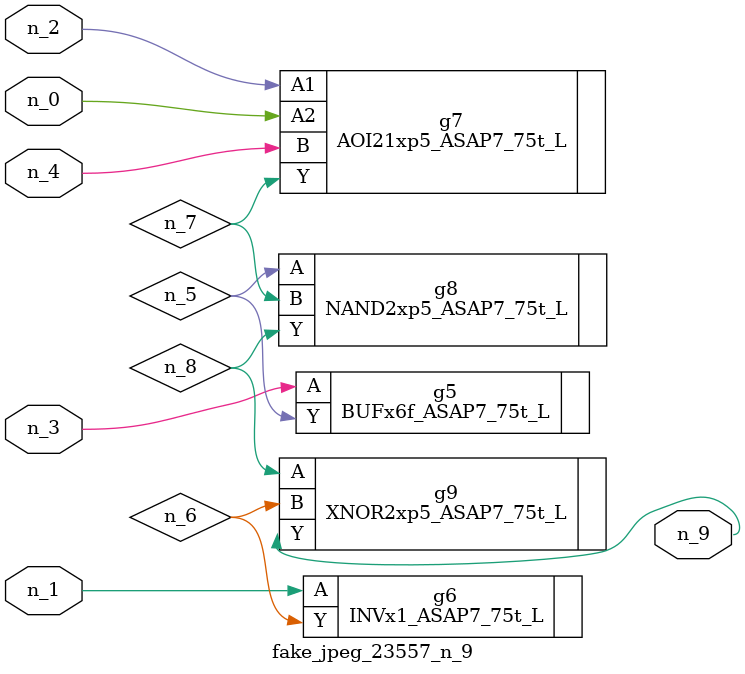
<source format=v>
module fake_jpeg_23557_n_9 (n_3, n_2, n_1, n_0, n_4, n_9);

input n_3;
input n_2;
input n_1;
input n_0;
input n_4;

output n_9;

wire n_8;
wire n_6;
wire n_5;
wire n_7;

BUFx6f_ASAP7_75t_L g5 ( 
.A(n_3),
.Y(n_5)
);

INVx1_ASAP7_75t_L g6 ( 
.A(n_1),
.Y(n_6)
);

AOI21xp5_ASAP7_75t_L g7 ( 
.A1(n_2),
.A2(n_0),
.B(n_4),
.Y(n_7)
);

NAND2xp5_ASAP7_75t_L g8 ( 
.A(n_5),
.B(n_7),
.Y(n_8)
);

XNOR2xp5_ASAP7_75t_L g9 ( 
.A(n_8),
.B(n_6),
.Y(n_9)
);


endmodule
</source>
